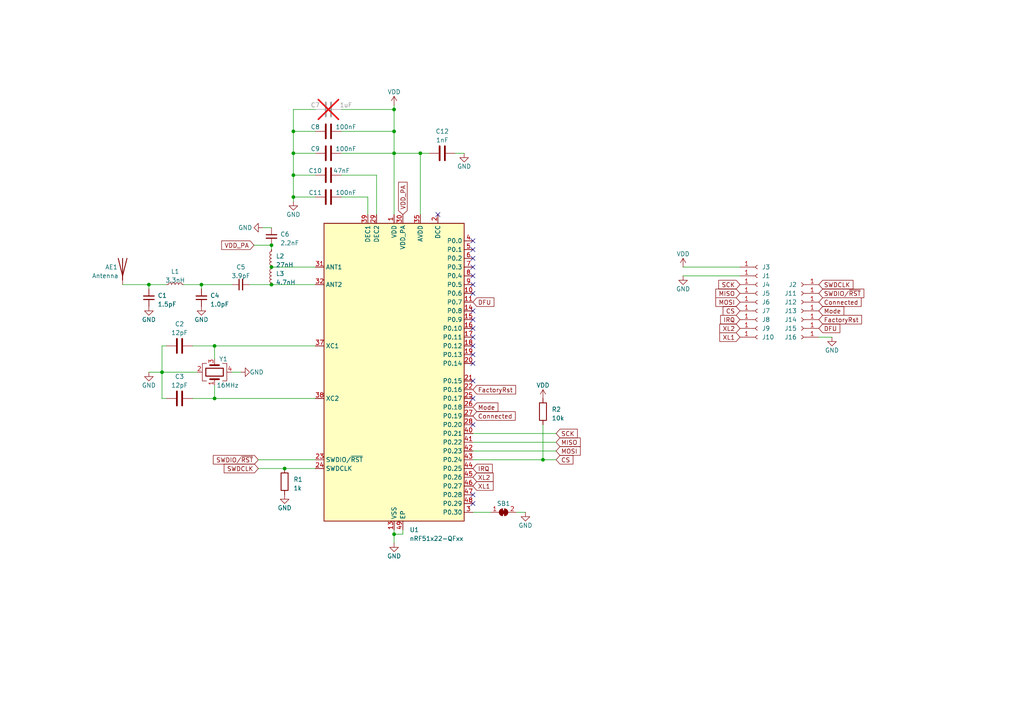
<source format=kicad_sch>
(kicad_sch (version 20230121) (generator eeschema)
  (paper "A4")
  (title_block (title "nRF51SPI-C") (rev "1.0"))
  (lib_symbols
    (symbol "Connector:Conn_01x01_Socket" (pin_names (offset 1.016) hide)
      (property "Reference" "J" (at 0 2.54 0))
      (property "Value" "Conn_01x01_Socket" (at 0 -2.54 0))
      (symbol "Conn_01x01_Socket_1_1"
        (polyline (pts (xy -1.27 0) (xy -0.508 0)) (stroke (width 0.1524)))
        (arc (start 0 0.508) (mid -0.5058 0) (end 0 -0.508) (stroke (width 0.1524)))
        (pin passive line (at -5.08 0 0) (length 3.81) (name "Pin_1") (number "1"))
      )
    )
    (symbol "Device:Antenna" (pin_numbers hide) (pin_names (offset 1.016) hide)
      (property "Reference" "AE" (at -1.905 1.905 0))
      (property "Value" "Antenna" (at -1.905 0 0))
      (symbol "Antenna_0_1"
        (polyline (pts (xy 0 2.54) (xy 0 -3.81)) (stroke (width 0.254)))
        (polyline (pts (xy 1.27 2.54) (xy 0 -2.54) (xy -1.27 2.54)) (stroke (width 0.254)))
      )
      (symbol "Antenna_1_1"
        (pin input line (at 0 -5.08 90) (length 2.54) (name "A") (number "1"))
      )
    )
    (symbol "Device:C" (pin_numbers hide) (pin_names (offset 0.254))
      (property "Reference" "C" (at 0.635 2.54 0))
      (property "Value" "C" (at 0.635 -2.54 0))
      (symbol "C_0_1"
        (polyline (pts (xy -2.032 -0.762) (xy 2.032 -0.762)) (stroke (width 0.508)))
        (polyline (pts (xy -2.032 0.762) (xy 2.032 0.762)) (stroke (width 0.508)))
      )
      (symbol "C_1_1"
        (pin passive line (at 0 3.81 270) (length 2.794) (name "~") (number "1"))
        (pin passive line (at 0 -3.81 90) (length 2.794) (name "~") (number "2"))
      )
    )
    (symbol "Device:C_Small" (pin_numbers hide) (pin_names (offset 0.254) hide)
      (property "Reference" "C" (at 0.254 1.778 0))
      (property "Value" "C_Small" (at 0.254 -2.032 0))
      (symbol "C_Small_0_1"
        (polyline (pts (xy -1.524 -0.508) (xy 1.524 -0.508)) (stroke (width 0.3302)))
        (polyline (pts (xy -1.524 0.508) (xy 1.524 0.508)) (stroke (width 0.3048)))
      )
      (symbol "C_Small_1_1"
        (pin passive line (at 0 2.54 270) (length 2.032) (name "~") (number "1"))
        (pin passive line (at 0 -2.54 90) (length 2.032) (name "~") (number "2"))
      )
    )
    (symbol "Device:Crystal_GND24" (pin_names (offset 1.016) hide)
      (property "Reference" "Y" (at 3.175 5.08 0))
      (property "Value" "Crystal_GND24" (at 3.175 3.175 0))
      (symbol "Crystal_GND24_0_1"
        (rectangle (start -1.143 2.54) (end 1.143 -2.54) (stroke (width 0.3048)))
        (polyline (pts (xy -2.54 0) (xy -2.032 0)))
        (polyline (pts (xy -2.032 -1.27) (xy -2.032 1.27)) (stroke (width 0.508)))
        (polyline (pts (xy 0 -3.81) (xy 0 -3.556)))
        (polyline (pts (xy 0 3.556) (xy 0 3.81)))
        (polyline (pts (xy 2.032 -1.27) (xy 2.032 1.27)) (stroke (width 0.508)))
        (polyline (pts (xy 2.032 0) (xy 2.54 0)))
        (polyline (pts (xy -2.54 -2.286) (xy -2.54 -3.556) (xy 2.54 -3.556) (xy 2.54 -2.286)))
        (polyline (pts (xy -2.54 2.286) (xy -2.54 3.556) (xy 2.54 3.556) (xy 2.54 2.286)))
      )
      (symbol "Crystal_GND24_1_1"
        (pin passive line (at -3.81 0 0) (length 1.27) (name "1") (number "1"))
        (pin passive line (at 0 5.08 270) (length 1.27) (name "2") (number "2"))
        (pin passive line (at 3.81 0 180) (length 1.27) (name "3") (number "3"))
        (pin passive line (at 0 -5.08 90) (length 1.27) (name "4") (number "4"))
      )
    )
    (symbol "Device:L_Small" (pin_numbers hide) (pin_names (offset 0.254) hide)
      (property "Reference" "L" (at 0.762 1.016 0))
      (property "Value" "L_Small" (at 0.762 -1.016 0))
      (symbol "L_Small_0_1"
        (arc (start 0 -2.032) (mid 0.5058 -1.524) (end 0 -1.016))
        (arc (start 0 -1.016) (mid 0.5058 -0.508) (end 0 0))
        (arc (start 0 0) (mid 0.5058 0.508) (end 0 1.016))
        (arc (start 0 1.016) (mid 0.5058 1.524) (end 0 2.032))
      )
      (symbol "L_Small_1_1"
        (pin passive line (at 0 2.54 270) (length 0.508) (name "~") (number "1"))
        (pin passive line (at 0 -2.54 90) (length 0.508) (name "~") (number "2"))
      )
    )
    (symbol "Device:R" (pin_numbers hide) (pin_names (offset 0))
      (property "Reference" "R" (at 2.032 0 90))
      (property "Value" "R" (at 0 0 90))
      (symbol "R_0_1"
        (rectangle (start -1.016 -2.54) (end 1.016 2.54) (stroke (width 0.254)))
      )
      (symbol "R_1_1"
        (pin passive line (at 0 3.81 270) (length 1.27) (name "~") (number "1"))
        (pin passive line (at 0 -3.81 90) (length 1.27) (name "~") (number "2"))
      )
    )
    (symbol "Jumper:SolderJumper_2_Bridged" (pin_names (offset 0) hide)
      (property "Reference" "JP" (at 0 2.032 0))
      (property "Value" "SolderJumper_2_Bridged" (at 0 -2.54 0))
      (symbol "SolderJumper_2_Bridged_0_1"
        (rectangle (start -0.508 0.508) (end 0.508 -0.508) (fill (type outline)))
        (arc (start -0.254 1.016) (mid -1.2656 0) (end -0.254 -1.016))
        (arc (start -0.254 1.016) (mid -1.2656 0) (end -0.254 -1.016) (fill (type outline)))
        (polyline (pts (xy -0.254 1.016) (xy -0.254 -1.016)))
        (polyline (pts (xy 0.254 1.016) (xy 0.254 -1.016)))
        (arc (start 0.254 -1.016) (mid 1.2656 0) (end 0.254 1.016))
        (arc (start 0.254 -1.016) (mid 1.2656 0) (end 0.254 1.016) (fill (type outline)))
      )
      (symbol "SolderJumper_2_Bridged_1_1"
        (pin passive line (at -3.81 0 0) (length 2.54) (name "A") (number "1"))
        (pin passive line (at 3.81 0 180) (length 2.54) (name "B") (number "2"))
      )
    )
    (symbol "MCU_Nordic:nRF51x22-QFxx"
      (property "Reference" "U" (at 0 2.54 0))
      (property "Value" "nRF51x22-QFxx" (at 0 -2.54 0))
      (symbol "nRF51x22-QFxx_0_1"
        (rectangle (start -20.32 43.18) (end 20.32 -43.18) (stroke (width 0.254)) (fill (type background)))
      )
      (symbol "nRF51x22-QFxx_1_1"
        (pin power_in line (at 0 45.72 270) (length 2.54) (name "VDD") (number "1"))
        (pin bidirectional line (at 22.86 22.86 180) (length 2.54) (name "P0.6") (number "10"))
        (pin bidirectional line (at 22.86 20.32 180) (length 2.54) (name "P0.7") (number "11"))
        (pin passive line (at 0 45.72 270) (length 2.54) hide (name "VDD") (number "12"))
        (pin power_in line (at 0 -45.72 90) (length 2.54) (name "VSS") (number "13"))
        (pin bidirectional line (at 22.86 17.78 180) (length 2.54) (name "P0.8") (number "14"))
        (pin bidirectional line (at 22.86 15.24 180) (length 2.54) (name "P0.9") (number "15"))
        (pin bidirectional line (at 22.86 12.7 180) (length 2.54) (name "P0.10") (number "16"))
        (pin bidirectional line (at 22.86 10.16 180) (length 2.54) (name "P0.11") (number "17"))
        (pin bidirectional line (at 22.86 7.62 180) (length 2.54) (name "P0.12") (number "18"))
        (pin bidirectional line (at 22.86 5.08 180) (length 2.54) (name "P0.13") (number "19"))
        (pin power_out line (at 12.7 45.72 270) (length 2.54) (name "DCC") (number "2"))
        (pin bidirectional line (at 22.86 2.54 180) (length 2.54) (name "P0.14") (number "20"))
        (pin bidirectional line (at 22.86 -2.54 180) (length 2.54) (name "P0.15") (number "21"))
        (pin bidirectional line (at 22.86 -5.08 180) (length 2.54) (name "P0.16") (number "22"))
        (pin bidirectional line (at -22.86 -25.4 0) (length 2.54) (name "SWDIO/~{RST}") (number "23"))
        (pin input line (at -22.86 -27.94 0) (length 2.54) (name "SWDCLK") (number "24"))
        (pin bidirectional line (at 22.86 -7.62 180) (length 2.54) (name "P0.17") (number "25"))
        (pin bidirectional line (at 22.86 -10.16 180) (length 2.54) (name "P0.18") (number "26"))
        (pin bidirectional line (at 22.86 -12.7 180) (length 2.54) (name "P0.19") (number "27"))
        (pin bidirectional line (at 22.86 -15.24 180) (length 2.54) (name "P0.20") (number "28"))
        (pin passive line (at -5.08 45.72 270) (length 2.54) (name "DEC2") (number "29"))
        (pin bidirectional line (at 22.86 -40.64 180) (length 2.54) (name "P0.30") (number "3"))
        (pin power_out line (at 2.54 45.72 270) (length 2.54) (name "VDD_PA") (number "30"))
        (pin output line (at -22.86 30.48 0) (length 2.54) (name "ANT1") (number "31"))
        (pin output line (at -22.86 25.4 0) (length 2.54) (name "ANT2") (number "32"))
        (pin passive line (at 0 -45.72 90) (length 2.54) hide (name "VSS") (number "33"))
        (pin passive line (at 0 -45.72 90) (length 2.54) hide (name "VSS") (number "34"))
        (pin power_in line (at 7.62 45.72 270) (length 2.54) (name "AVDD") (number "35"))
        (pin passive line (at 7.62 45.72 270) (length 2.54) hide (name "AVDD") (number "36"))
        (pin input line (at -22.86 7.62 0) (length 2.54) (name "XC1") (number "37"))
        (pin input line (at -22.86 -7.62 0) (length 2.54) (name "XC2") (number "38"))
        (pin passive line (at -7.62 45.72 270) (length 2.54) (name "DEC1") (number "39"))
        (pin bidirectional line (at 22.86 38.1 180) (length 2.54) (name "P0.0") (number "4"))
        (pin bidirectional line (at 22.86 -17.78 180) (length 2.54) (name "P0.21") (number "40"))
        (pin bidirectional line (at 22.86 -20.32 180) (length 2.54) (name "P0.22") (number "41"))
        (pin bidirectional line (at 22.86 -22.86 180) (length 2.54) (name "P0.23") (number "42"))
        (pin bidirectional line (at 22.86 -25.4 180) (length 2.54) (name "P0.24") (number "43"))
        (pin bidirectional line (at 22.86 -27.94 180) (length 2.54) (name "P0.25") (number "44"))
        (pin bidirectional line (at 22.86 -30.48 180) (length 2.54) (name "P0.26") (number "45"))
        (pin bidirectional line (at 22.86 -33.02 180) (length 2.54) (name "P0.27") (number "46"))
        (pin bidirectional line (at 22.86 -35.56 180) (length 2.54) (name "P0.28") (number "47"))
        (pin bidirectional line (at 22.86 -38.1 180) (length 2.54) (name "P0.29") (number "48"))
        (pin power_in line (at 2.54 -45.72 90) (length 2.54) (name "EP") (number "49"))
        (pin bidirectional line (at 22.86 35.56 180) (length 2.54) (name "P0.1") (number "5"))
        (pin bidirectional line (at 22.86 33.02 180) (length 2.54) (name "P0.2") (number "6"))
        (pin bidirectional line (at 22.86 30.48 180) (length 2.54) (name "P0.3") (number "7"))
        (pin bidirectional line (at 22.86 27.94 180) (length 2.54) (name "P0.4") (number "8"))
        (pin bidirectional line (at 22.86 25.4 180) (length 2.54) (name "P0.5") (number "9"))
      )
    )
    (symbol "power:GND" (power) (pin_names (offset 0))
      (property "Value" "GND" (at 0 -3.81 0))
      (symbol "GND_0_1"
        (polyline (pts (xy 0 0) (xy 0 -1.27) (xy 1.27 -1.27) (xy 0 -2.54) (xy -1.27 -1.27) (xy 0 -1.27)))
      )
      (symbol "GND_1_1"
        (pin power_in line (at 0 0 270) (length 0) hide (name "GND") (number "1"))
      )
    )
    (symbol "power:VDD" (power) (pin_names (offset 0))
      (property "Value" "VDD" (at 0 3.81 0))
      (symbol "VDD_0_1"
        (polyline (pts (xy -0.762 1.27) (xy 0 2.54)))
        (polyline (pts (xy 0 0) (xy 0 2.54)))
        (polyline (pts (xy 0 2.54) (xy 0.762 1.27)))
      )
      (symbol "VDD_1_1"
        (pin power_in line (at 0 0 90) (length 0) hide (name "VDD") (number "1"))
      )
    )
  )
  (junction (at 58.42 82.55))
  (junction (at 78.74 82.55))
  (junction (at 85.09 38.1))
  (junction (at 114.3 154.94))
  (junction (at 82.55 135.89))
  (junction (at 114.3 38.1))
  (junction (at 114.3 31.75))
  (junction (at 85.09 50.8))
  (junction (at 62.23 115.57))
  (junction (at 157.48 133.35))
  (junction (at 43.18 82.55))
  (junction (at 78.74 77.47))
  (junction (at 114.3 44.45))
  (junction (at 78.74 71.12))
  (junction (at 85.09 57.15))
  (junction (at 46.99 107.95))
  (junction (at 85.09 44.45))
  (junction (at 62.23 100.33))
  (junction (at 121.92 44.45))
  (no_connect (at 137.16 100.33))
  (no_connect (at 127 62.23))
  (no_connect (at 137.16 90.17))
  (no_connect (at 137.16 95.25))
  (no_connect (at 137.16 97.79))
  (no_connect (at 137.16 105.41))
  (no_connect (at 137.16 123.19))
  (no_connect (at 137.16 92.71))
  (no_connect (at 137.16 82.55))
  (no_connect (at 137.16 143.51))
  (no_connect (at 137.16 80.01))
  (no_connect (at 137.16 115.57))
  (no_connect (at 137.16 146.05))
  (no_connect (at 137.16 69.85))
  (no_connect (at 137.16 77.47))
  (no_connect (at 137.16 102.87))
  (no_connect (at 137.16 72.39))
  (no_connect (at 137.16 74.93))
  (no_connect (at 137.16 85.09))
  (no_connect (at 137.16 110.49))
  (wire (pts (xy 91.44 38.1) (xy 85.09 38.1)))
  (wire (pts (xy 43.18 83.82) (xy 43.18 82.55)))
  (wire (pts (xy 43.18 82.55) (xy 48.26 82.55)))
  (wire (pts (xy 67.31 107.95) (xy 69.85 107.95)))
  (wire (pts (xy 99.06 57.15) (xy 106.68 57.15)))
  (wire (pts (xy 74.93 135.89) (xy 82.55 135.89)))
  (wire (pts (xy 85.09 57.15) (xy 91.44 57.15)))
  (wire (pts (xy 46.99 100.33) (xy 46.99 107.95)))
  (wire (pts (xy 99.06 31.75) (xy 114.3 31.75)))
  (wire (pts (xy 114.3 44.45) (xy 114.3 38.1)))
  (wire (pts (xy 142.24 148.59) (xy 137.16 148.59)))
  (wire (pts (xy 85.09 38.1) (xy 85.09 44.45)))
  (wire (pts (xy 62.23 115.57) (xy 91.44 115.57)))
  (wire (pts (xy 85.09 44.45) (xy 85.09 50.8)))
  (wire (pts (xy 85.09 58.42) (xy 85.09 57.15)))
  (wire (pts (xy 78.74 82.55) (xy 91.44 82.55)))
  (wire (pts (xy 46.99 107.95) (xy 57.15 107.95)))
  (wire (pts (xy 114.3 44.45) (xy 114.3 62.23)))
  (wire (pts (xy 157.48 133.35) (xy 161.29 133.35)))
  (wire (pts (xy 114.3 31.75) (xy 114.3 38.1)))
  (wire (pts (xy 152.4 148.59) (xy 149.86 148.59)))
  (wire (pts (xy 198.12 77.47) (xy 214.63 77.47)))
  (wire (pts (xy 91.44 31.75) (xy 85.09 31.75)))
  (wire (pts (xy 55.88 115.57) (xy 62.23 115.57)))
  (wire (pts (xy 58.42 83.82) (xy 58.42 82.55)))
  (wire (pts (xy 85.09 50.8) (xy 85.09 57.15)))
  (wire (pts (xy 55.88 100.33) (xy 62.23 100.33)))
  (wire (pts (xy 114.3 44.45) (xy 99.06 44.45)))
  (wire (pts (xy 124.46 44.45) (xy 121.92 44.45)))
  (wire (pts (xy 46.99 115.57) (xy 48.26 115.57)))
  (wire (pts (xy 198.12 80.01) (xy 214.63 80.01)))
  (wire (pts (xy 46.99 100.33) (xy 48.26 100.33)))
  (wire (pts (xy 76.2 66.04) (xy 78.74 66.04)))
  (wire (pts (xy 157.48 123.19) (xy 157.48 133.35)))
  (wire (pts (xy 43.18 107.95) (xy 46.99 107.95)))
  (wire (pts (xy 78.74 77.47) (xy 91.44 77.47)))
  (wire (pts (xy 91.44 44.45) (xy 85.09 44.45)))
  (wire (pts (xy 137.16 125.73) (xy 161.29 125.73)))
  (wire (pts (xy 241.3 97.79) (xy 237.49 97.79)))
  (wire (pts (xy 74.93 133.35) (xy 91.44 133.35)))
  (wire (pts (xy 114.3 38.1) (xy 99.06 38.1)))
  (wire (pts (xy 72.39 82.55) (xy 78.74 82.55)))
  (wire (pts (xy 82.55 135.89) (xy 91.44 135.89)))
  (wire (pts (xy 114.3 30.48) (xy 114.3 31.75)))
  (wire (pts (xy 53.34 82.55) (xy 58.42 82.55)))
  (wire (pts (xy 35.56 82.55) (xy 43.18 82.55)))
  (wire (pts (xy 58.42 82.55) (xy 67.31 82.55)))
  (wire (pts (xy 121.92 44.45) (xy 121.92 62.23)))
  (wire (pts (xy 121.92 44.45) (xy 114.3 44.45)))
  (wire (pts (xy 109.22 50.8) (xy 99.06 50.8)))
  (wire (pts (xy 137.16 133.35) (xy 157.48 133.35)))
  (wire (pts (xy 137.16 130.81) (xy 161.29 130.81)))
  (wire (pts (xy 85.09 31.75) (xy 85.09 38.1)))
  (wire (pts (xy 73.66 71.12) (xy 78.74 71.12)))
  (wire (pts (xy 116.84 153.67) (xy 116.84 154.94)))
  (wire (pts (xy 137.16 128.27) (xy 161.29 128.27)))
  (wire (pts (xy 62.23 100.33) (xy 91.44 100.33)))
  (wire (pts (xy 78.74 71.12) (xy 78.74 72.39)))
  (wire (pts (xy 106.68 57.15) (xy 106.68 62.23)))
  (wire (pts (xy 62.23 115.57) (xy 62.23 111.76)))
  (wire (pts (xy 134.62 44.45) (xy 132.08 44.45)))
  (wire (pts (xy 109.22 50.8) (xy 109.22 62.23)))
  (wire (pts (xy 62.23 100.33) (xy 62.23 104.14)))
  (wire (pts (xy 114.3 154.94) (xy 116.84 154.94)))
  (wire (pts (xy 114.3 157.48) (xy 114.3 154.94)))
  (wire (pts (xy 91.44 50.8) (xy 85.09 50.8)))
  (wire (pts (xy 46.99 107.95) (xy 46.99 115.57)))
  (wire (pts (xy 114.3 154.94) (xy 114.3 153.67)))
  (global_label "XL2" (shape input) (at 137.16 138.43 0) (property "Intersheetrefs" "${INTERSHEET_REFS}" (effects hide)))
  (global_label "SWDIO{slash}~{RST}" (shape input) (at 74.93 133.35 180) (property "Intersheetrefs" "${INTERSHEET_REFS}" (effects hide)))
  (global_label "SCK" (shape input) (at 161.29 125.73 0) (property "Intersheetrefs" "${INTERSHEET_REFS}" (effects hide)))
  (global_label "VDD_PA" (shape input) (at 73.66 71.12 180) (property "Intersheetrefs" "${INTERSHEET_REFS}" (effects hide)))
  (global_label "MOSI" (shape input) (at 161.29 130.81 0) (property "Intersheetrefs" "${INTERSHEET_REFS}" (effects hide)))
  (global_label "Connected" (shape input) (at 237.49 87.63 0) (property "Intersheetrefs" "${INTERSHEET_REFS}" (effects hide)))
  (global_label "DFU" (shape input) (at 237.49 95.25 0) (property "Intersheetrefs" "${INTERSHEET_REFS}" (effects hide)))
  (global_label "Connected" (shape input) (at 137.16 120.65 0) (property "Intersheetrefs" "${INTERSHEET_REFS}" (effects hide)))
  (global_label "FactoryRst" (shape input) (at 237.49 92.71 0) (property "Intersheetrefs" "${INTERSHEET_REFS}" (effects hide)))
  (global_label "Mode" (shape input) (at 137.16 118.11 0) (property "Intersheetrefs" "${INTERSHEET_REFS}" (effects hide)))
  (global_label "XL1" (shape input) (at 137.16 140.97 0) (property "Intersheetrefs" "${INTERSHEET_REFS}" (effects hide)))
  (global_label "IRQ" (shape input) (at 137.16 135.89 0) (property "Intersheetrefs" "${INTERSHEET_REFS}" (effects hide)))
  (global_label "DFU" (shape input) (at 137.16 87.63 0) (property "Intersheetrefs" "${INTERSHEET_REFS}" (effects hide)))
  (global_label "SWDCLK" (shape input) (at 237.49 82.55 0) (property "Intersheetrefs" "${INTERSHEET_REFS}" (effects hide)))
  (global_label "MISO" (shape input) (at 214.63 85.09 180) (property "Intersheetrefs" "${INTERSHEET_REFS}" (effects hide)))
  (global_label "CS" (shape input) (at 214.63 90.17 180) (property "Intersheetrefs" "${INTERSHEET_REFS}" (effects hide)))
  (global_label "Mode" (shape input) (at 237.49 90.17 0) (property "Intersheetrefs" "${INTERSHEET_REFS}" (effects hide)))
  (global_label "SWDCLK" (shape input) (at 74.93 135.89 180) (property "Intersheetrefs" "${INTERSHEET_REFS}" (effects hide)))
  (global_label "SWDIO{slash}~{RST}" (shape input) (at 237.49 85.09 0) (property "Intersheetrefs" "${INTERSHEET_REFS}" (effects hide)))
  (global_label "CS" (shape input) (at 161.29 133.35 0) (property "Intersheetrefs" "${INTERSHEET_REFS}" (effects hide)))
  (global_label "XL2" (shape input) (at 214.63 95.25 180) (property "Intersheetrefs" "${INTERSHEET_REFS}" (effects hide)))
  (global_label "VDD_PA" (shape input) (at 116.84 62.23 90) (property "Intersheetrefs" "${INTERSHEET_REFS}" (effects hide)))
  (global_label "MISO" (shape input) (at 161.29 128.27 0) (property "Intersheetrefs" "${INTERSHEET_REFS}" (effects hide)))
  (global_label "FactoryRst" (shape input) (at 137.16 113.03 0) (property "Intersheetrefs" "${INTERSHEET_REFS}" (effects hide)))
  (global_label "IRQ" (shape input) (at 214.63 92.71 180) (property "Intersheetrefs" "${INTERSHEET_REFS}" (effects hide)))
  (global_label "XL1" (shape input) (at 214.63 97.79 180) (property "Intersheetrefs" "${INTERSHEET_REFS}" (effects hide)))
  (global_label "MOSI" (shape input) (at 214.63 87.63 180) (property "Intersheetrefs" "${INTERSHEET_REFS}" (effects hide)))
  (global_label "SCK" (shape input) (at 214.63 82.55 180) (property "Intersheetrefs" "${INTERSHEET_REFS}" (effects hide)))
  (symbol (lib_id "Connector:Conn_01x01_Socket") (at 219.71 97.79 0) (unit 1)
    (property "Reference" "J10" (at 220.98 97.79 0) (effects (justify left)))
    (property "Value" "Conn_01x01_Socket" (effects hide))
    (property "Footprint" "nrf51_module:castellated_holes_1.27mm" (effects hide))
  )
  (symbol (lib_id "power:GND") (at 82.55 143.51 0) (unit 1)
    (property "Reference" "#PWR06" (effects hide))
    (property "Value" "GND" (at 82.55 147.32 0))
  )
  (symbol (lib_id "Connector:Conn_01x01_Socket") (at 219.71 87.63 0) (unit 1)
    (property "Reference" "J6" (at 220.98 87.63 0) (effects (justify left)))
    (property "Value" "Conn_01x01_Socket" (effects hide))
    (property "Footprint" "nrf51_module:castellated_holes_1.27mm" (effects hide))
  )
  (symbol (lib_id "Device:C") (at 95.25 57.15 90) (unit 1)
    (property "Reference" "C11" (at 91.44 55.88 90))
    (property "Value" "100nF" (at 100.33 55.88 90))
    (property "Footprint" "Capacitor_SMD:C_0402_1005Metric" (effects hide))
  )
  (symbol (lib_id "power:GND") (at 69.85 107.95 90) (unit 1)
    (property "Reference" "#PWR04" (effects hide))
    (property "Value" "GND" (at 72.39 107.95 90) (effects (justify right)))
  )
  (symbol (lib_id "Device:C") (at 95.25 38.1 90) (unit 1)
    (property "Reference" "C8" (at 91.44 36.83 90))
    (property "Value" "100nF" (at 100.33 36.83 90))
    (property "Footprint" "Capacitor_SMD:C_0402_1005Metric" (effects hide))
  )
  (symbol (lib_id "Connector:Conn_01x01_Socket") (at 219.71 95.25 0) (unit 1)
    (property "Reference" "J9" (at 220.98 95.25 0) (effects (justify left)))
    (property "Value" "Conn_01x01_Socket" (effects hide))
    (property "Footprint" "nrf51_module:castellated_holes_1.27mm" (effects hide))
  )
  (symbol (lib_id "Connector:Conn_01x01_Socket") (at 219.71 92.71 0) (unit 1)
    (property "Reference" "J8" (at 220.98 92.71 0) (effects (justify left)))
    (property "Value" "Conn_01x01_Socket" (effects hide))
    (property "Footprint" "nrf51_module:castellated_holes_1.27mm" (effects hide))
  )
  (symbol (lib_id "power:GND") (at 134.62 44.45 0) (unit 1)
    (property "Reference" "#PWR010" (effects hide))
    (property "Value" "GND" (at 134.62 48.26 0))
  )
  (symbol (lib_id "power:GND") (at 58.42 88.9 0) (unit 1)
    (property "Reference" "#PWR03" (effects hide))
    (property "Value" "GND" (at 58.42 92.71 0))
  )
  (symbol (lib_id "Device:Crystal_GND24") (at 62.23 107.95 90) (unit 1)
    (property "Reference" "Y1" (at 64.77 104.14 90))
    (property "Value" "16MHz" (at 66.04 111.76 90))
    (property "Footprint" "Crystal:Crystal_SMD_3225-4Pin_3.2x2.5mm" (effects hide))
  )
  (symbol (lib_id "Connector:Conn_01x01_Socket") (at 219.71 82.55 0) (unit 1)
    (property "Reference" "J4" (at 220.98 82.55 0) (effects (justify left)))
    (property "Value" "Conn_01x01_Socket" (effects hide))
    (property "Footprint" "nrf51_module:castellated_holes_1.27mm" (effects hide))
  )
  (symbol (lib_id "MCU_Nordic:nRF51x22-QFxx") (at 114.3 107.95 0) (unit 1)
    (property "Reference" "U1" (at 118.7959 153.67 0) (effects (justify left)))
    (property "Value" "nRF51x22-QFxx" (at 118.7959 156.21 0) (effects (justify left)))
    (property "Footprint" "Package_DFN_QFN:QFN-48-1EP_6x6mm_P0.4mm_EP4.6x4.6mm" (effects hide))
    (property "Datasheet" "http://infocenter.nordicsemi.com/pdf/nRF51822_PS_v3.3.pdf" (effects hide))
  )
  (symbol (lib_id "power:VDD") (at 114.3 30.48 0) (unit 1)
    (property "Reference" "#PWR08" (effects hide))
    (property "Value" "VDD" (at 114.3 26.67 0))
  )
  (symbol (lib_id "Device:L_Small") (at 50.8 82.55 90) (unit 1)
    (property "Reference" "L1" (at 50.8 78.74 90))
    (property "Value" "3.3nH" (at 50.8 81.28 90))
    (property "Footprint" "Inductor_SMD:L_0402_1005Metric" (effects hide))
  )
  (symbol (lib_id "power:GND") (at 114.3 157.48 0) (unit 1)
    (property "Reference" "#PWR09" (effects hide))
    (property "Value" "GND" (at 114.3 161.29 0))
  )
  (symbol (lib_id "Device:C_Small") (at 43.18 86.36 180) (unit 1)
    (property "Reference" "C1" (at 45.72 85.7186 0) (effects (justify right)))
    (property "Value" "1.5pF" (at 45.72 88.2586 0) (effects (justify right)))
    (property "Footprint" "Capacitor_SMD:C_0402_1005Metric" (effects hide))
  )
  (symbol (lib_id "Connector:Conn_01x01_Socket") (at 232.41 85.09 0) (mirror y) (unit 1)
    (property "Reference" "J11" (at 231.14 85.09 0) (effects (justify left)))
    (property "Value" "Conn_01x01_Socket" (effects hide))
    (property "Footprint" "nrf51_module:castellated_holes_1.27mm" (effects hide))
  )
  (symbol (lib_id "Device:R") (at 157.48 119.38 0) (unit 1)
    (property "Reference" "R2" (at 160.02 118.745 0) (effects (justify left)))
    (property "Value" "10k" (at 160.02 121.285 0) (effects (justify left)))
    (property "Footprint" "Resistor_SMD:R_0402_1005Metric" (effects hide))
  )
  (symbol (lib_id "Device:C") (at 52.07 100.33 90) (unit 1)
    (property "Reference" "C2" (at 52.07 93.98 90))
    (property "Value" "12pF" (at 52.07 96.52 90))
    (property "Footprint" "Capacitor_SMD:C_0402_1005Metric" (effects hide))
  )
  (symbol (lib_id "power:GND") (at 241.3 97.79 0) (unit 1)
    (property "Reference" "#PWR015" (effects hide))
    (property "Value" "GND" (at 241.3 101.6 0))
  )
  (symbol (lib_id "Connector:Conn_01x01_Socket") (at 219.71 80.01 0) (unit 1)
    (property "Reference" "J1" (at 220.98 80.01 0) (effects (justify left)))
    (property "Value" "Conn_01x01_Socket" (effects hide))
    (property "Footprint" "nrf51_module:castellated_holes_1.27mm" (effects hide))
  )
  (symbol (lib_id "Device:R") (at 82.55 139.7 0) (unit 1)
    (property "Reference" "R1" (at 85.09 139.065 0) (effects (justify left)))
    (property "Value" "1k" (at 85.09 141.605 0) (effects (justify left)))
    (property "Footprint" "Resistor_SMD:R_0402_1005Metric" (effects hide))
  )
  (symbol (lib_id "Connector:Conn_01x01_Socket") (at 232.41 92.71 0) (mirror y) (unit 1)
    (property "Reference" "J14" (at 231.14 92.71 0) (effects (justify left)))
    (property "Value" "Conn_01x01_Socket" (effects hide))
    (property "Footprint" "nrf51_module:castellated_holes_1.27mm" (effects hide))
  )
  (symbol (lib_id "Device:C") (at 95.25 31.75 90) (unit 1) (dnp yes)
    (property "Reference" "C7" (at 91.44 30.48 90))
    (property "Value" "1uF" (at 100.33 30.48 90))
    (property "Footprint" "Capacitor_SMD:C_0402_1005Metric" (effects hide))
  )
  (symbol (lib_id "Device:L_Small") (at 78.74 80.01 180) (unit 1)
    (property "Reference" "L3" (at 80.01 79.375 0) (effects (justify right)))
    (property "Value" "4.7nH" (at 80.01 81.915 0) (effects (justify right)))
    (property "Footprint" "Inductor_SMD:L_0402_1005Metric" (effects hide))
  )
  (symbol (lib_id "Connector:Conn_01x01_Socket") (at 219.71 77.47 0) (unit 1)
    (property "Reference" "J3" (at 220.98 77.47 0) (effects (justify left)))
    (property "Value" "Conn_01x01_Socket" (effects hide))
    (property "Footprint" "nrf51_module:castellated_holes_1.27mm" (effects hide))
  )
  (symbol (lib_id "Device:C") (at 95.25 44.45 90) (unit 1)
    (property "Reference" "C9" (at 91.44 43.18 90))
    (property "Value" "100nF" (at 100.33 43.18 90))
    (property "Footprint" "Capacitor_SMD:C_0402_1005Metric" (effects hide))
  )
  (symbol (lib_id "power:GND") (at 198.12 80.01 0) (unit 1)
    (property "Reference" "#PWR013" (effects hide))
    (property "Value" "GND" (at 198.12 83.82 0))
  )
  (symbol (lib_id "Device:C_Small") (at 78.74 68.58 0) (unit 1)
    (property "Reference" "C6" (at 81.28 67.9513 0) (effects (justify left)))
    (property "Value" "2.2nF" (at 81.28 70.4913 0) (effects (justify left)))
    (property "Footprint" "Capacitor_SMD:C_0402_1005Metric" (effects hide))
  )
  (symbol (lib_id "power:VDD") (at 157.48 115.57 0) (unit 1)
    (property "Reference" "#PWR012" (effects hide))
    (property "Value" "VDD" (at 157.48 111.76 0))
  )
  (symbol (lib_id "Device:C") (at 128.27 44.45 90) (unit 1)
    (property "Reference" "C12" (at 128.27 38.1 90))
    (property "Value" "1nF" (at 128.27 40.64 90))
    (property "Footprint" "Capacitor_SMD:C_0402_1005Metric" (effects hide))
  )
  (symbol (lib_id "power:GND") (at 76.2 66.04 270) (unit 1)
    (property "Reference" "#PWR05" (effects hide))
    (property "Value" "GND" (at 71.12 66.04 90))
  )
  (symbol (lib_id "Connector:Conn_01x01_Socket") (at 219.71 90.17 0) (unit 1)
    (property "Reference" "J7" (at 220.98 90.17 0) (effects (justify left)))
    (property "Value" "Conn_01x01_Socket" (effects hide))
    (property "Footprint" "nrf51_module:castellated_holes_1.27mm" (effects hide))
  )
  (symbol (lib_id "power:GND") (at 43.18 107.95 0) (unit 1)
    (property "Reference" "#PWR02" (effects hide))
    (property "Value" "GND" (at 43.18 111.76 0))
  )
  (symbol (lib_id "Connector:Conn_01x01_Socket") (at 219.71 85.09 0) (unit 1)
    (property "Reference" "J5" (at 220.98 85.09 0) (effects (justify left)))
    (property "Value" "Conn_01x01_Socket" (effects hide))
    (property "Footprint" "nrf51_module:castellated_holes_1.27mm" (effects hide))
  )
  (symbol (lib_id "Device:C_Small") (at 69.85 82.55 90) (unit 1)
    (property "Reference" "C5" (at 69.8563 77.47 90))
    (property "Value" "3.9pF" (at 69.8563 80.01 90))
    (property "Footprint" "Capacitor_SMD:C_0402_1005Metric" (effects hide))
  )
  (symbol (lib_id "power:GND") (at 85.09 58.42 0) (unit 1)
    (property "Reference" "#PWR07" (effects hide))
    (property "Value" "GND" (at 85.09 62.23 0))
  )
  (symbol (lib_id "Connector:Conn_01x01_Socket") (at 232.41 87.63 0) (mirror y) (unit 1)
    (property "Reference" "J12" (at 231.14 87.63 0) (effects (justify left)))
    (property "Value" "Conn_01x01_Socket" (effects hide))
    (property "Footprint" "nrf51_module:castellated_holes_1.27mm" (effects hide))
  )
  (symbol (lib_id "Connector:Conn_01x01_Socket") (at 232.41 90.17 0) (mirror y) (unit 1)
    (property "Reference" "J13" (at 231.14 90.17 0) (effects (justify left)))
    (property "Value" "Conn_01x01_Socket" (effects hide))
    (property "Footprint" "nrf51_module:castellated_holes_1.27mm" (effects hide))
  )
  (symbol (lib_id "power:GND") (at 152.4 148.59 0) (unit 1)
    (property "Reference" "#PWR011" (effects hide))
    (property "Value" "GND" (at 152.4 152.4 0))
  )
  (symbol (lib_id "Device:C") (at 52.07 115.57 270) (unit 1)
    (property "Reference" "C3" (at 52.07 109.22 90))
    (property "Value" "12pF" (at 52.07 111.76 90))
    (property "Footprint" "Capacitor_SMD:C_0402_1005Metric" (effects hide))
  )
  (symbol (lib_id "Jumper:SolderJumper_2_Bridged") (at 146.05 148.59 0) (unit 1)
    (property "Reference" "SB1" (at 146.05 146.05 0))
    (property "Value" "SolderJumper_2_Bridged" (effects hide))
    (property "Footprint" "Jumper:SolderJumper-2_P1.3mm_Bridged_RoundedPad1.0x1.5mm" (effects hide))
  )
  (symbol (lib_id "power:GND") (at 43.18 88.9 0) (unit 1)
    (property "Reference" "#PWR01" (effects hide))
    (property "Value" "GND" (at 43.18 92.71 0))
  )
  (symbol (lib_id "Device:L_Small") (at 78.74 74.93 180) (unit 1)
    (property "Reference" "L2" (at 80.01 74.295 0) (effects (justify right)))
    (property "Value" "27nH" (at 80.01 76.835 0) (effects (justify right)))
    (property "Footprint" "Inductor_SMD:L_0402_1005Metric" (effects hide))
  )
  (symbol (lib_id "Connector:Conn_01x01_Socket") (at 232.41 95.25 0) (mirror y) (unit 1)
    (property "Reference" "J15" (at 231.14 95.25 0) (effects (justify left)))
    (property "Value" "Conn_01x01_Socket" (effects hide))
    (property "Footprint" "nrf51_module:castellated_holes_1.27mm" (effects hide))
  )
  (symbol (lib_id "Device:Antenna") (at 35.56 77.47 0) (unit 1)
    (property "Reference" "AE1" (at 30.48 77.47 0) (effects (justify left)))
    (property "Value" "Antenna" (at 26.67 80.01 0) (effects (justify left)))
    (property "Footprint" "nrf51_module:AN2051-245" (effects hide))
  )
  (symbol (lib_id "Device:C_Small") (at 58.42 86.36 180) (unit 1)
    (property "Reference" "C4" (at 60.96 85.7186 0) (effects (justify right)))
    (property "Value" "1.0pF" (at 60.96 88.2586 0) (effects (justify right)))
    (property "Footprint" "Capacitor_SMD:C_0402_1005Metric" (effects hide))
  )
  (symbol (lib_id "Connector:Conn_01x01_Socket") (at 232.41 82.55 0) (mirror y) (unit 1)
    (property "Reference" "J2" (at 231.14 82.55 0) (effects (justify left)))
    (property "Value" "Conn_01x01_Socket" (effects hide))
    (property "Footprint" "nrf51_module:castellated_holes_1.27mm" (effects hide))
  )
  (symbol (lib_id "Device:C") (at 95.25 50.8 90) (unit 1)
    (property "Reference" "C10" (at 91.44 49.53 90))
    (property "Value" "47nF" (at 99.06 49.53 90))
    (property "Footprint" "Capacitor_SMD:C_0402_1005Metric" (effects hide))
  )
  (symbol (lib_id "Connector:Conn_01x01_Socket") (at 232.41 97.79 0) (mirror y) (unit 1)
    (property "Reference" "J16" (at 231.14 97.79 0) (effects (justify left)))
    (property "Value" "Conn_01x01_Socket" (effects hide))
    (property "Footprint" "nrf51_module:castellated_holes_1.27mm" (effects hide))
  )
  (symbol (lib_id "power:VDD") (at 198.12 77.47 0) (unit 1)
    (property "Reference" "#PWR014" (effects hide))
    (property "Value" "VDD" (at 198.12 73.66 0))
  )
)
</source>
